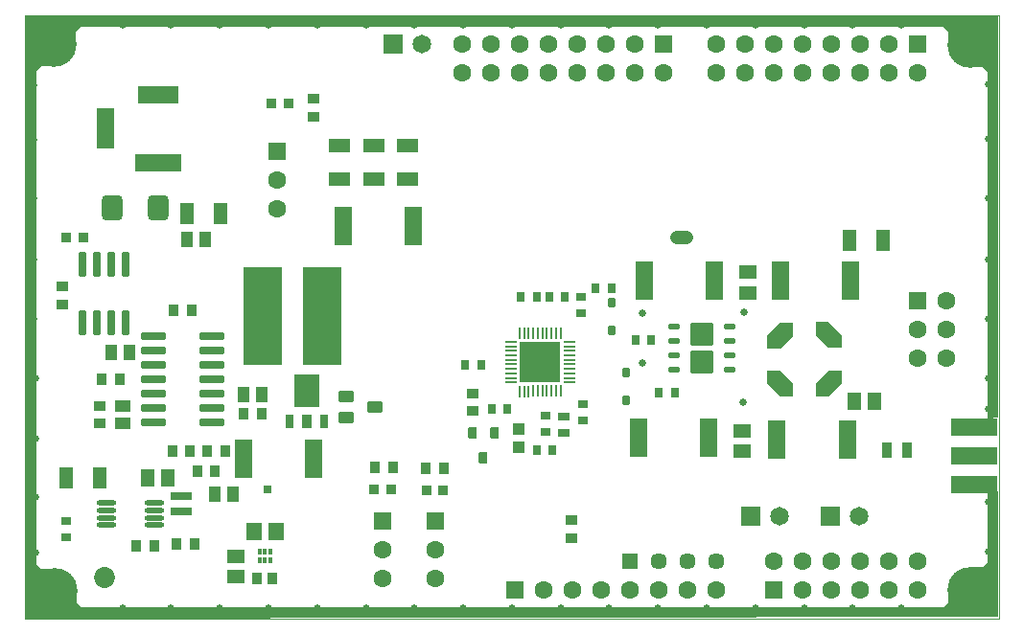
<source format=gts>
G04 Layer_Color=20142*
%FSLAX43Y43*%
%MOMM*%
G71*
G01*
G75*
%ADD64C,0.100*%
%ADD93R,0.900X1.300*%
%ADD94R,2.200X3.000*%
%ADD95P,5.091X4X315.0*%
G04:AMPARAMS|DCode=96|XSize=1mm|YSize=0.25mm|CornerRadius=0mm|HoleSize=0mm|Usage=FLASHONLY|Rotation=180.002|XOffset=0mm|YOffset=0mm|HoleType=Round|Shape=Rectangle|*
%AMROTATEDRECTD96*
4,1,4,0.500,0.125,0.500,-0.125,-0.500,-0.125,-0.500,0.125,0.500,0.125,0.0*
%
%ADD96ROTATEDRECTD96*%

G04:AMPARAMS|DCode=97|XSize=1mm|YSize=0.25mm|CornerRadius=0mm|HoleSize=0mm|Usage=FLASHONLY|Rotation=90.002|XOffset=0mm|YOffset=0mm|HoleType=Round|Shape=Rectangle|*
%AMROTATEDRECTD97*
4,1,4,0.125,-0.500,-0.125,-0.500,-0.125,0.500,0.125,0.500,0.125,-0.500,0.0*
%
%ADD97ROTATEDRECTD97*%

G04:AMPARAMS|DCode=98|XSize=1mm|YSize=0.25mm|CornerRadius=0mm|HoleSize=0mm|Usage=FLASHONLY|Rotation=90.002|XOffset=0mm|YOffset=0mm|HoleType=Round|Shape=Rectangle|*
%AMROTATEDRECTD98*
4,1,4,0.125,-0.500,-0.125,-0.500,-0.125,0.500,0.125,0.500,0.125,-0.500,0.0*
%
%ADD98ROTATEDRECTD98*%

G04:AMPARAMS|DCode=99|XSize=0.651mm|YSize=2.251mm|CornerRadius=0.16mm|HoleSize=0mm|Usage=FLASHONLY|Rotation=0.000|XOffset=0mm|YOffset=0mm|HoleType=Round|Shape=RoundedRectangle|*
%AMROUNDEDRECTD99*
21,1,0.651,1.930,0,0,0.0*
21,1,0.330,2.251,0,0,0.0*
1,1,0.321,0.165,-0.965*
1,1,0.321,-0.165,-0.965*
1,1,0.321,-0.165,0.965*
1,1,0.321,0.165,0.965*
%
%ADD99ROUNDEDRECTD99*%
G04:AMPARAMS|DCode=100|XSize=1.067mm|YSize=0.559mm|CornerRadius=0mm|HoleSize=0mm|Usage=FLASHONLY|Rotation=180.010|XOffset=0mm|YOffset=0mm|HoleType=Round|Shape=Rectangle|*
%AMROTATEDRECTD100*
4,1,4,0.533,0.279,0.533,-0.279,-0.533,-0.279,-0.533,0.279,0.533,0.279,0.0*
%
%ADD100ROTATEDRECTD100*%

G04:AMPARAMS|DCode=101|XSize=3.451mm|YSize=8.661mm|CornerRadius=0mm|HoleSize=0mm|Usage=FLASHONLY|Rotation=180.010|XOffset=0mm|YOffset=0mm|HoleType=Round|Shape=Rectangle|*
%AMROTATEDRECTD101*
4,1,4,1.725,4.331,1.726,-4.330,-1.725,-4.331,-1.726,4.330,1.725,4.331,0.0*
%
%ADD101ROTATEDRECTD101*%

%ADD102R,1.851X0.651*%
G04:AMPARAMS|DCode=103|XSize=0.751mm|YSize=1.151mm|CornerRadius=0.095mm|HoleSize=0mm|Usage=FLASHONLY|Rotation=0.000|XOffset=0mm|YOffset=0mm|HoleType=Round|Shape=RoundedRectangle|*
%AMROUNDEDRECTD103*
21,1,0.751,0.960,0,0,0.0*
21,1,0.560,1.151,0,0,0.0*
1,1,0.191,0.280,-0.480*
1,1,0.191,-0.280,-0.480*
1,1,0.191,-0.280,0.480*
1,1,0.191,0.280,0.480*
%
%ADD103ROUNDEDRECTD103*%
G04:AMPARAMS|DCode=104|XSize=0.651mm|YSize=2.251mm|CornerRadius=0.16mm|HoleSize=0mm|Usage=FLASHONLY|Rotation=90.000|XOffset=0mm|YOffset=0mm|HoleType=Round|Shape=RoundedRectangle|*
%AMROUNDEDRECTD104*
21,1,0.651,1.930,0,0,90.0*
21,1,0.330,2.251,0,0,90.0*
1,1,0.321,0.965,0.165*
1,1,0.321,0.965,-0.165*
1,1,0.321,-0.965,-0.165*
1,1,0.321,-0.965,0.165*
%
%ADD104ROUNDEDRECTD104*%
G04:AMPARAMS|DCode=105|XSize=0.501mm|YSize=0.951mm|CornerRadius=0.07mm|HoleSize=0mm|Usage=FLASHONLY|Rotation=90.002|XOffset=0mm|YOffset=0mm|HoleType=Round|Shape=RoundedRectangle|*
%AMROUNDEDRECTD105*
21,1,0.501,0.810,0,0,90.0*
21,1,0.360,0.951,0,0,90.0*
1,1,0.141,0.405,0.180*
1,1,0.141,0.405,-0.180*
1,1,0.141,-0.405,-0.180*
1,1,0.141,-0.405,0.180*
%
%ADD105ROUNDEDRECTD105*%
G04:AMPARAMS|DCode=106|XSize=2.051mm|YSize=2.051mm|CornerRadius=0.125mm|HoleSize=0mm|Usage=FLASHONLY|Rotation=90.002|XOffset=0mm|YOffset=0mm|HoleType=Round|Shape=RoundedRectangle|*
%AMROUNDEDRECTD106*
21,1,2.051,1.800,0,0,90.0*
21,1,1.800,2.051,0,0,90.0*
1,1,0.251,0.900,0.900*
1,1,0.251,0.900,-0.900*
1,1,0.251,-0.900,-0.900*
1,1,0.251,-0.900,0.900*
%
%ADD106ROUNDEDRECTD106*%
%ADD107R,0.951X1.051*%
%ADD108R,0.851X0.851*%
%ADD109R,1.051X0.951*%
%ADD110R,4.115X1.575*%
%ADD111R,1.001X1.401*%
%ADD112R,1.851X1.201*%
%ADD113R,0.901X1.351*%
%ADD114R,1.501X3.501*%
G04:AMPARAMS|DCode=115|XSize=1.401mm|YSize=1.001mm|CornerRadius=0mm|HoleSize=0mm|Usage=FLASHONLY|Rotation=270.010|XOffset=0mm|YOffset=0mm|HoleType=Round|Shape=Rectangle|*
%AMROTATEDRECTD115*
4,1,4,-0.501,0.700,0.500,0.700,0.501,-0.700,-0.500,-0.700,-0.501,0.700,0.0*
%
%ADD115ROTATEDRECTD115*%

G04:AMPARAMS|DCode=116|XSize=1.401mm|YSize=1.001mm|CornerRadius=0mm|HoleSize=0mm|Usage=FLASHONLY|Rotation=180.010|XOffset=0mm|YOffset=0mm|HoleType=Round|Shape=Rectangle|*
%AMROTATEDRECTD116*
4,1,4,0.700,0.501,0.700,-0.500,-0.700,-0.501,-0.700,0.500,0.700,0.501,0.0*
%
%ADD116ROTATEDRECTD116*%

%ADD117O,1.751X0.501*%
%ADD118R,0.951X0.751*%
%ADD119C,0.651*%
%ADD120R,1.201X1.851*%
%ADD121R,1.201X1.501*%
%ADD122R,1.501X1.201*%
G04:AMPARAMS|DCode=123|XSize=1.854mm|YSize=2.261mm|CornerRadius=0.431mm|HoleSize=0mm|Usage=FLASHONLY|Rotation=180.000|XOffset=0mm|YOffset=0mm|HoleType=Round|Shape=RoundedRectangle|*
%AMROUNDEDRECTD123*
21,1,1.854,1.398,0,0,180.0*
21,1,0.992,2.261,0,0,180.0*
1,1,0.862,-0.496,0.699*
1,1,0.862,0.496,0.699*
1,1,0.862,0.496,-0.699*
1,1,0.862,-0.496,-0.699*
%
%ADD123ROUNDEDRECTD123*%
G04:AMPARAMS|DCode=124|XSize=0.965mm|YSize=1.321mm|CornerRadius=0.099mm|HoleSize=0mm|Usage=FLASHONLY|Rotation=270.000|XOffset=0mm|YOffset=0mm|HoleType=Round|Shape=RoundedRectangle|*
%AMROUNDEDRECTD124*
21,1,0.965,1.124,0,0,270.0*
21,1,0.768,1.321,0,0,270.0*
1,1,0.197,-0.562,-0.384*
1,1,0.197,-0.562,0.384*
1,1,0.197,0.562,0.384*
1,1,0.197,0.562,-0.384*
%
%ADD124ROUNDEDRECTD124*%
G04:AMPARAMS|DCode=125|XSize=0.762mm|YSize=1.067mm|CornerRadius=0.114mm|HoleSize=0mm|Usage=FLASHONLY|Rotation=180.010|XOffset=0mm|YOffset=0mm|HoleType=Round|Shape=RoundedRectangle|*
%AMROUNDEDRECTD125*
21,1,0.762,0.838,0,0,180.0*
21,1,0.533,1.067,0,0,180.0*
1,1,0.229,-0.267,0.419*
1,1,0.229,0.267,0.419*
1,1,0.229,0.267,-0.419*
1,1,0.229,-0.267,-0.419*
%
%ADD125ROUNDEDRECTD125*%
G04:AMPARAMS|DCode=126|XSize=0.864mm|YSize=0.66mm|CornerRadius=0.163mm|HoleSize=0mm|Usage=FLASHONLY|Rotation=270.018|XOffset=0mm|YOffset=0mm|HoleType=Round|Shape=RoundedRectangle|*
%AMROUNDEDRECTD126*
21,1,0.864,0.335,0,0,270.0*
21,1,0.538,0.660,0,0,270.0*
1,1,0.325,-0.168,-0.269*
1,1,0.325,-0.168,0.269*
1,1,0.325,0.168,0.269*
1,1,0.325,0.168,-0.269*
%
%ADD126ROUNDEDRECTD126*%
G04:AMPARAMS|DCode=127|XSize=0.864mm|YSize=0.66mm|CornerRadius=0.163mm|HoleSize=0mm|Usage=FLASHONLY|Rotation=270.002|XOffset=0mm|YOffset=0mm|HoleType=Round|Shape=RoundedRectangle|*
%AMROUNDEDRECTD127*
21,1,0.864,0.335,0,0,270.0*
21,1,0.538,0.660,0,0,270.0*
1,1,0.325,-0.168,-0.269*
1,1,0.325,-0.168,0.269*
1,1,0.325,0.168,0.269*
1,1,0.325,0.168,-0.269*
%
%ADD127ROUNDEDRECTD127*%
%ADD128R,0.751X0.951*%
G04:AMPARAMS|DCode=129|XSize=1.051mm|YSize=0.951mm|CornerRadius=0mm|HoleSize=0mm|Usage=FLASHONLY|Rotation=180.002|XOffset=0mm|YOffset=0mm|HoleType=Round|Shape=Rectangle|*
%AMROTATEDRECTD129*
4,1,4,0.525,0.475,0.525,-0.475,-0.525,-0.475,-0.525,0.475,0.525,0.475,0.0*
%
%ADD129ROTATEDRECTD129*%

G04:AMPARAMS|DCode=130|XSize=0.951mm|YSize=0.751mm|CornerRadius=0mm|HoleSize=0mm|Usage=FLASHONLY|Rotation=0.010|XOffset=0mm|YOffset=0mm|HoleType=Round|Shape=Rectangle|*
%AMROTATEDRECTD130*
4,1,4,-0.475,-0.375,-0.475,0.375,0.475,0.375,0.475,-0.375,-0.475,-0.375,0.0*
%
%ADD130ROTATEDRECTD130*%

G04:AMPARAMS|DCode=131|XSize=0.351mm|YSize=0.541mm|CornerRadius=0.075mm|HoleSize=0mm|Usage=FLASHONLY|Rotation=180.000|XOffset=0mm|YOffset=0mm|HoleType=Round|Shape=RoundedRectangle|*
%AMROUNDEDRECTD131*
21,1,0.351,0.391,0,0,180.0*
21,1,0.201,0.541,0,0,180.0*
1,1,0.150,-0.101,0.196*
1,1,0.150,0.101,0.196*
1,1,0.150,0.101,-0.196*
1,1,0.150,-0.101,-0.196*
%
%ADD131ROUNDEDRECTD131*%
G04:AMPARAMS|DCode=132|XSize=0.351mm|YSize=0.571mm|CornerRadius=0.075mm|HoleSize=0mm|Usage=FLASHONLY|Rotation=180.000|XOffset=0mm|YOffset=0mm|HoleType=Round|Shape=RoundedRectangle|*
%AMROUNDEDRECTD132*
21,1,0.351,0.421,0,0,180.0*
21,1,0.201,0.571,0,0,180.0*
1,1,0.150,-0.101,0.210*
1,1,0.150,0.101,0.210*
1,1,0.150,0.101,-0.210*
1,1,0.150,-0.101,-0.210*
%
%ADD132ROUNDEDRECTD132*%
%ADD133R,1.381X1.621*%
%ADD134C,1.851*%
%ADD135C,1.601*%
%ADD136R,1.601X1.601*%
%ADD137R,1.601X1.601*%
%ADD138C,1.651*%
%ADD139R,1.651X1.651*%
%ADD140O,2.051X1.251*%
%ADD141R,1.551X3.551*%
%ADD142R,3.551X1.551*%
%ADD143R,4.051X1.551*%
%ADD144C,1.451*%
%ADD145R,1.451X1.451*%
%ADD146C,4.051*%
G36*
X113912Y122366D02*
X112744Y121191D01*
X111627Y121190D01*
X111626Y122390D01*
X112718Y123491D01*
X113912Y123491D01*
X113912Y122366D01*
D02*
G37*
G36*
X127710Y119322D02*
X126810Y119295D01*
X126810Y149913D01*
X126410Y150313D01*
X125310D01*
X123310Y152313D01*
Y153413D01*
X122910Y153913D01*
X46710D01*
X46310Y153513D01*
Y152413D01*
X44310Y150413D01*
X43210D01*
X42810Y150013D01*
Y108613D01*
Y106413D01*
X43210Y106013D01*
X44310D01*
X46410Y104113D01*
Y103013D01*
X46810Y102613D01*
X122910D01*
X123310Y103013D01*
Y104113D01*
X125210Y106113D01*
X126410D01*
X126810Y106513D01*
X126810Y112813D01*
X127710D01*
X127710Y101713D01*
X41910Y101613D01*
Y154813D01*
X127710D01*
Y119322D01*
D02*
G37*
G36*
X63560Y112713D02*
X62860D01*
Y113313D01*
X63560D01*
Y112713D01*
D02*
G37*
G36*
X113912Y126630D02*
X113912Y125512D01*
X112718Y125512D01*
X111626Y126604D01*
X111626D01*
X111626Y127797D01*
X111625Y127798D01*
X111626Y127798D01*
X112743Y127798D01*
X113912Y126630D01*
D02*
G37*
G36*
X109619Y126591D02*
X108520Y125498D01*
X107320Y125498D01*
X107319Y126616D01*
X108494Y127784D01*
X109619Y127785D01*
X109619Y126591D01*
D02*
G37*
G36*
X109620Y122413D02*
X109620Y121213D01*
X108495Y121212D01*
X107320Y122387D01*
X107319Y123512D01*
X108519Y123512D01*
X109620Y122413D01*
D02*
G37*
D64*
X41810Y154913D02*
X127810D01*
Y101613D02*
Y154913D01*
X41810Y101613D02*
Y154913D01*
Y101613D02*
X127810D01*
D93*
X66710Y119063D02*
D03*
D94*
Y121713D02*
D03*
D95*
X87300Y124265D02*
D03*
D96*
X89875Y126065D02*
D03*
X89875Y125665D02*
D03*
Y125266D02*
D03*
X89875Y124866D02*
D03*
X89875Y124466D02*
D03*
X89875Y124066D02*
D03*
X89875Y123665D02*
D03*
X89875Y123265D02*
D03*
X89875Y122866D02*
D03*
X89875Y122466D02*
D03*
X84725Y122465D02*
D03*
X84725Y122865D02*
D03*
X84725Y123265D02*
D03*
X84725Y123665D02*
D03*
X84725Y124065D02*
D03*
X84725Y124465D02*
D03*
X84725Y124865D02*
D03*
X84725Y125265D02*
D03*
Y125665D02*
D03*
X84725Y126065D02*
D03*
D97*
X89100Y121691D02*
D03*
X87501Y121691D02*
D03*
X87100Y121691D02*
D03*
X85501Y121690D02*
D03*
X85500Y126840D02*
D03*
X87100Y126840D02*
D03*
X87500Y126840D02*
D03*
X89100Y126840D02*
D03*
D98*
X88701Y121691D02*
D03*
X88300Y121691D02*
D03*
X87900Y121691D02*
D03*
X86701Y121691D02*
D03*
X86300Y121690D02*
D03*
X85900D02*
D03*
X85900Y126840D02*
D03*
X86300D02*
D03*
X86700Y126840D02*
D03*
X87900Y126840D02*
D03*
X88300Y126840D02*
D03*
X88700Y126840D02*
D03*
D99*
X48175Y127713D02*
D03*
Y132913D02*
D03*
X46905Y127713D02*
D03*
X49445D02*
D03*
X50715D02*
D03*
X46905Y132913D02*
D03*
X49445D02*
D03*
X50715D02*
D03*
D100*
X112810Y122296D02*
D03*
X112810Y126496D02*
D03*
X108410Y126495D02*
D03*
X108410Y122295D02*
D03*
D101*
X62805Y128313D02*
D03*
X68015Y128314D02*
D03*
D102*
X55610Y112388D02*
D03*
Y111038D02*
D03*
D103*
X68210Y119063D02*
D03*
X65210D02*
D03*
D104*
X53160Y126548D02*
D03*
Y124008D02*
D03*
X58360Y126548D02*
D03*
Y124008D02*
D03*
X53160Y125278D02*
D03*
X58360D02*
D03*
X53160Y122738D02*
D03*
Y121468D02*
D03*
Y118928D02*
D03*
X58360Y122738D02*
D03*
Y121468D02*
D03*
Y118928D02*
D03*
X53160Y120198D02*
D03*
X58360D02*
D03*
D105*
X104060Y123591D02*
D03*
X104060Y124861D02*
D03*
X104060Y126131D02*
D03*
X104060Y127401D02*
D03*
X99160Y127401D02*
D03*
X99160Y126131D02*
D03*
X99160Y124861D02*
D03*
X99160Y123591D02*
D03*
D106*
X101610Y126696D02*
D03*
X101610Y124296D02*
D03*
D107*
X50210Y122713D02*
D03*
X48610D02*
D03*
X77185Y114888D02*
D03*
X78785D02*
D03*
X56510Y128813D02*
D03*
X54910D02*
D03*
X72735Y114938D02*
D03*
X74335D02*
D03*
X56810Y108213D02*
D03*
X55210D02*
D03*
X53260Y108013D02*
D03*
X51660D02*
D03*
X62710Y119713D02*
D03*
X61110D02*
D03*
X56410Y116413D02*
D03*
X54810D02*
D03*
X58610Y114613D02*
D03*
X57010D02*
D03*
X59510Y116413D02*
D03*
X57910D02*
D03*
X62335Y105113D02*
D03*
X63685D02*
D03*
D108*
X78760Y112963D02*
D03*
X77260D02*
D03*
X74135Y112988D02*
D03*
X72635D02*
D03*
X63585Y147163D02*
D03*
X65085D02*
D03*
X46935Y135288D02*
D03*
X45435D02*
D03*
D109*
X67285Y147588D02*
D03*
Y145988D02*
D03*
X90110Y110313D02*
D03*
Y108713D02*
D03*
X81310Y121513D02*
D03*
Y119913D02*
D03*
X48410Y118813D02*
D03*
X48410Y120413D02*
D03*
X45085Y130963D02*
D03*
Y129363D02*
D03*
D110*
X125610Y118553D02*
D03*
Y113473D02*
D03*
Y116013D02*
D03*
D111*
X57710Y135113D02*
D03*
X56110D02*
D03*
X62710Y121413D02*
D03*
X61110D02*
D03*
X49410Y125113D02*
D03*
X51010D02*
D03*
D112*
X75610Y143413D02*
D03*
Y140413D02*
D03*
X69610Y143413D02*
D03*
Y140413D02*
D03*
X72610Y143413D02*
D03*
Y140413D02*
D03*
D113*
X117960Y116513D02*
D03*
X119660D02*
D03*
D114*
X102710Y131496D02*
D03*
X96510D02*
D03*
X114410Y117396D02*
D03*
X108210D02*
D03*
X108510Y131496D02*
D03*
X114710D02*
D03*
X67310Y115713D02*
D03*
X61110D02*
D03*
X69910Y136313D02*
D03*
X76110D02*
D03*
X96010Y117596D02*
D03*
X102210D02*
D03*
D115*
X60210Y112613D02*
D03*
X58610Y112613D02*
D03*
D116*
X50410Y118813D02*
D03*
X50410Y120413D02*
D03*
D117*
X49010Y111788D02*
D03*
Y111138D02*
D03*
Y110488D02*
D03*
Y109838D02*
D03*
X53210Y111788D02*
D03*
Y111138D02*
D03*
Y110488D02*
D03*
Y109838D02*
D03*
D118*
X45410Y110213D02*
D03*
Y108813D02*
D03*
X87810Y119513D02*
D03*
Y118113D02*
D03*
X91110Y120513D02*
D03*
X91110Y119113D02*
D03*
X90910Y130013D02*
D03*
X90910Y128613D02*
D03*
D119*
X96310Y124196D02*
D03*
X105210Y120696D02*
D03*
X105310Y128696D02*
D03*
X96310Y128596D02*
D03*
X42610Y148713D02*
D03*
X126910Y107513D02*
D03*
Y111913D02*
D03*
Y120113D02*
D03*
Y122813D02*
D03*
Y128113D02*
D03*
Y133313D02*
D03*
Y138713D02*
D03*
Y148813D02*
D03*
Y144013D02*
D03*
X42610Y143913D02*
D03*
Y133313D02*
D03*
Y138713D02*
D03*
Y128113D02*
D03*
X42710Y122813D02*
D03*
Y117513D02*
D03*
Y107413D02*
D03*
Y112313D02*
D03*
X119210Y154073D02*
D03*
X114910D02*
D03*
X110610D02*
D03*
X106310D02*
D03*
X102010D02*
D03*
X97710D02*
D03*
X93410D02*
D03*
X89110D02*
D03*
X84810D02*
D03*
X80510D02*
D03*
X76210D02*
D03*
X71910D02*
D03*
X67610D02*
D03*
X63310D02*
D03*
X59010D02*
D03*
X54710D02*
D03*
X50410D02*
D03*
X59010Y102473D02*
D03*
X63310D02*
D03*
X67610D02*
D03*
X71910D02*
D03*
X76210D02*
D03*
X119210D02*
D03*
X114910D02*
D03*
X110610D02*
D03*
X106310D02*
D03*
X102010D02*
D03*
X97710D02*
D03*
X80510D02*
D03*
X84810D02*
D03*
X89110D02*
D03*
X93410D02*
D03*
X54710D02*
D03*
X50410D02*
D03*
X88485Y123071D02*
D03*
X86135Y123096D02*
D03*
X86183Y125408D02*
D03*
X88535Y125421D02*
D03*
D120*
X59110Y137413D02*
D03*
X56110D02*
D03*
X48410Y114013D02*
D03*
X45410D02*
D03*
X114610Y134996D02*
D03*
X117610D02*
D03*
D121*
X52610Y114013D02*
D03*
X54410D02*
D03*
X116810Y120813D02*
D03*
X115010D02*
D03*
D122*
X60410Y107113D02*
D03*
Y105313D02*
D03*
X105610Y130396D02*
D03*
Y132196D02*
D03*
X105110Y116396D02*
D03*
Y118196D02*
D03*
D123*
X53542Y137913D02*
D03*
X49485D02*
D03*
D124*
X70140Y121266D02*
D03*
Y119348D02*
D03*
X72680Y120313D02*
D03*
D125*
X83260Y118013D02*
D03*
X81345Y118013D02*
D03*
X82310Y115796D02*
D03*
D126*
X94910Y123366D02*
D03*
X94910Y120846D02*
D03*
X93610Y127026D02*
D03*
D127*
X93610Y129546D02*
D03*
D128*
X84410Y120113D02*
D03*
X83010D02*
D03*
X93610Y130796D02*
D03*
X92210D02*
D03*
X82110Y124013D02*
D03*
X80710D02*
D03*
X85610Y129995D02*
D03*
X87010Y129996D02*
D03*
X87010Y116513D02*
D03*
X88410D02*
D03*
X89510Y129996D02*
D03*
X88110D02*
D03*
X95710Y126213D02*
D03*
X97110D02*
D03*
X97810Y121596D02*
D03*
X99210D02*
D03*
D129*
X85410Y116713D02*
D03*
X85410Y118313D02*
D03*
D130*
X89410Y118013D02*
D03*
X89410Y119413D02*
D03*
D131*
X62510Y106728D02*
D03*
X63510D02*
D03*
X63010D02*
D03*
Y107498D02*
D03*
X62510D02*
D03*
D132*
X63510Y107483D02*
D03*
D133*
X62025Y109313D02*
D03*
X63995D02*
D03*
D134*
X48810Y105213D02*
D03*
D135*
X78010Y105133D02*
D03*
Y107673D02*
D03*
X73410Y105133D02*
D03*
Y107673D02*
D03*
X64110Y137833D02*
D03*
Y140373D02*
D03*
X123150Y127173D02*
D03*
Y124633D02*
D03*
Y129713D02*
D03*
X120610Y124633D02*
D03*
Y127173D02*
D03*
X102830Y149873D02*
D03*
X105370D02*
D03*
X107910D02*
D03*
X110450D02*
D03*
X112990D02*
D03*
X115530D02*
D03*
X118070D02*
D03*
X102830Y152413D02*
D03*
X105370D02*
D03*
X107910D02*
D03*
X110450D02*
D03*
X112990D02*
D03*
X115530D02*
D03*
X118070D02*
D03*
X120610Y149873D02*
D03*
X80430D02*
D03*
X82970D02*
D03*
X85510D02*
D03*
X88050D02*
D03*
X90590D02*
D03*
X93130D02*
D03*
X95670D02*
D03*
X80430Y152413D02*
D03*
X82970D02*
D03*
X85510D02*
D03*
X88050D02*
D03*
X90590D02*
D03*
X93130D02*
D03*
X95670D02*
D03*
X98210Y149873D02*
D03*
X87590Y104153D02*
D03*
X90130D02*
D03*
X92670D02*
D03*
X95210D02*
D03*
X97750D02*
D03*
X100290D02*
D03*
X102830D02*
D03*
X120610Y106693D02*
D03*
X118070D02*
D03*
X115530D02*
D03*
X112990D02*
D03*
X110450D02*
D03*
X107910D02*
D03*
X120610Y104153D02*
D03*
X118070D02*
D03*
X115530D02*
D03*
X112990D02*
D03*
X110450D02*
D03*
D136*
X78010Y110213D02*
D03*
X73410D02*
D03*
X64110Y142913D02*
D03*
X120610Y129713D02*
D03*
D137*
Y152413D02*
D03*
X98210D02*
D03*
X85050Y104153D02*
D03*
X107910D02*
D03*
D138*
X76862Y152413D02*
D03*
X115450Y110613D02*
D03*
X108450D02*
D03*
D139*
X74322Y152413D02*
D03*
X112910Y110613D02*
D03*
X105910D02*
D03*
D140*
X99810Y135296D02*
D03*
D141*
X48910Y144913D02*
D03*
D142*
X53610Y147913D02*
D03*
D143*
Y141913D02*
D03*
D144*
X102830Y106693D02*
D03*
X97750D02*
D03*
X100290D02*
D03*
D145*
X95210D02*
D03*
D146*
X125310Y104113D02*
D03*
X44310Y152413D02*
D03*
X125310Y152313D02*
D03*
X44410Y104013D02*
D03*
M02*

</source>
